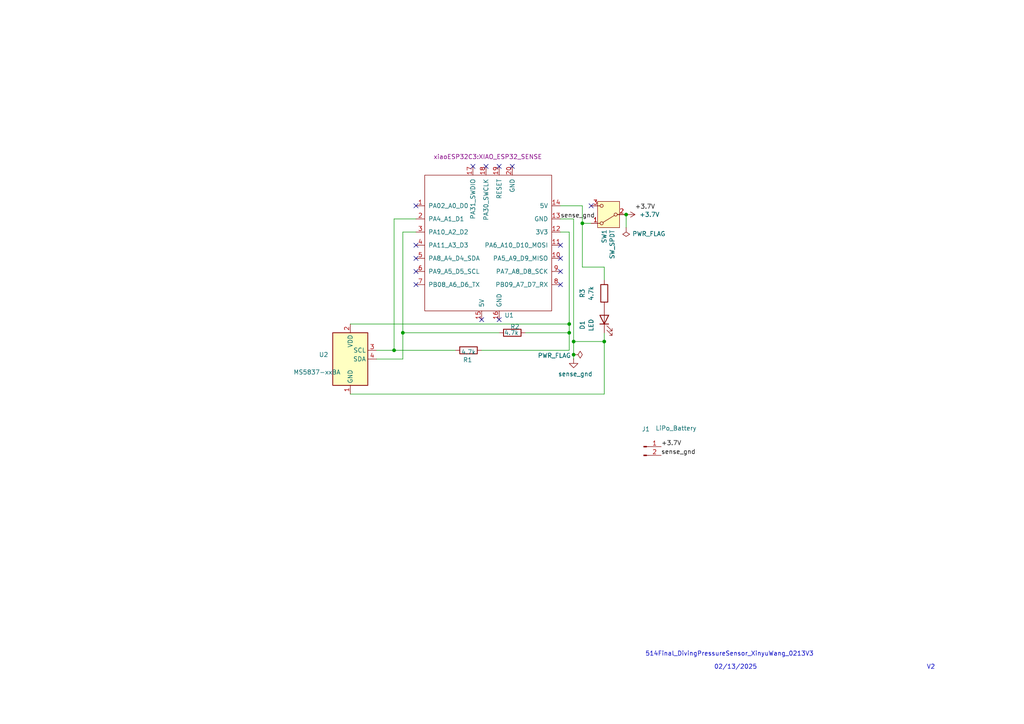
<source format=kicad_sch>
(kicad_sch (version 20231120) (generator "eeschema") (generator_version "8.0")
  (paper "A4")
  (lib_symbols
    (symbol "Connector:Conn_01x02_Pin" (pin_names (offset 1.016) hide)
      (property "Reference" "J" (at 0 2.54 0))
      (property "Value" "Conn_01x02_Pin" (at 0 -5.08 0))
      (symbol "Conn_01x02_Pin_1_1"
        (polyline (pts (xy 1.27 -2.54) (xy 0.8636 -2.54)) (stroke (width 0.1524)))
        (polyline (pts (xy 1.27 0) (xy 0.8636 0)) (stroke (width 0.1524)))
        (rectangle (start 0.8636 -2.413) (end 0 -2.667) (stroke (width 0.1524)) (fill (type outline)))
        (rectangle (start 0.8636 0.127) (end 0 -0.127) (stroke (width 0.1524)) (fill (type outline)))
        (pin passive line (at 5.08 0 180) (length 3.81) (name "Pin_1") (number "1"))
        (pin passive line (at 5.08 -2.54 180) (length 3.81) (name "Pin_2") (number "2"))
      )
    )
    (symbol "Device:LED" (pin_numbers hide) (pin_names (offset 1.016) hide)
      (property "Reference" "D" (at 0 2.54 0))
      (property "Value" "LED" (at 0 -2.54 0))
      (symbol "LED_0_1"
        (polyline (pts (xy -1.27 -1.27) (xy -1.27 1.27)) (stroke (width 0.254)))
        (polyline (pts (xy -1.27 0) (xy 1.27 0)))
        (polyline (pts (xy 1.27 -1.27) (xy 1.27 1.27) (xy -1.27 0) (xy 1.27 -1.27)) (stroke (width 0.254)))
        (polyline (pts (xy -3.048 -0.762) (xy -4.572 -2.286) (xy -3.81 -2.286) (xy -4.572 -2.286) (xy -4.572 -1.524)))
        (polyline (pts (xy -1.778 -0.762) (xy -3.302 -2.286) (xy -2.54 -2.286) (xy -3.302 -2.286) (xy -3.302 -1.524)))
      )
      (symbol "LED_1_1"
        (pin passive line (at -3.81 0 0) (length 2.54) (name "K") (number "1"))
        (pin passive line (at 3.81 0 180) (length 2.54) (name "A") (number "2"))
      )
    )
    (symbol "Device:R" (pin_numbers hide) (pin_names (offset 0))
      (property "Reference" "R" (at 2.032 0 90))
      (property "Value" "R" (at 0 0 90))
      (symbol "R_0_1"
        (rectangle (start -1.016 -2.54) (end 1.016 2.54) (stroke (width 0.254)))
      )
      (symbol "R_1_1"
        (pin passive line (at 0 3.81 270) (length 1.27) (name "~") (number "1"))
        (pin passive line (at 0 -3.81 90) (length 1.27) (name "~") (number "2"))
      )
    )
    (symbol "Sensor_Pressure:MS5837-xxBA"
      (property "Reference" "U" (at 1.27 11.43 0))
      (property "Value" "MS5837-xxBA" (at 1.27 8.89 0))
      (symbol "MS5837-xxBA_0_1"
        (rectangle (start -5.08 7.62) (end 5.08 -7.62) (stroke (width 0.254)) (fill (type background)))
      )
      (symbol "MS5837-xxBA_1_1"
        (pin power_in line (at 0 -10.16 90) (length 2.54) (name "GND") (number "1"))
        (pin power_in line (at 0 10.16 270) (length 2.54) (name "VDD") (number "2"))
        (pin passive line (at 7.62 2.54 180) (length 2.54) (name "SCL") (number "3"))
        (pin bidirectional line (at 7.62 0 180) (length 2.54) (name "SDA") (number "4"))
      )
    )
    (symbol "Switch:SW_SPDT" (pin_names (offset 0) hide)
      (property "Reference" "SW" (at 0 5.08 0))
      (property "Value" "SW_SPDT" (at 0 -5.08 0))
      (symbol "SW_SPDT_0_1"
        (circle (center -2.032 0) (radius 0.4572))
        (polyline (pts (xy -1.651 0.254) (xy 1.651 2.286)))
        (circle (center 2.032 -2.54) (radius 0.4572))
        (circle (center 2.032 2.54) (radius 0.4572))
      )
      (symbol "SW_SPDT_1_1"
        (rectangle (start -3.175 3.81) (end 3.175 -3.81) (fill (type background)))
        (pin passive line (at 5.08 2.54 180) (length 2.54) (name "A") (number "1"))
        (pin passive line (at -5.08 0 0) (length 2.54) (name "B") (number "2"))
        (pin passive line (at 5.08 -2.54 180) (length 2.54) (name "C") (number "3"))
      )
    )
    (symbol "power:+5V" (power) (pin_numbers hide) (pin_names (offset 0) hide)
      (property "Value" "+5V" (at 0 3.556 0))
      (symbol "+5V_0_1"
        (polyline (pts (xy -0.762 1.27) (xy 0 2.54)))
        (polyline (pts (xy 0 0) (xy 0 2.54)))
        (polyline (pts (xy 0 2.54) (xy 0.762 1.27)))
      )
      (symbol "+5V_1_1"
        (pin power_in line (at 0 0 90) (length 0) (name "~") (number "1"))
      )
    )
    (symbol "power:GND" (power) (pin_numbers hide) (pin_names (offset 0) hide)
      (property "Value" "GND" (at 0 -3.81 0))
      (symbol "GND_0_1"
        (polyline (pts (xy 0 0) (xy 0 -1.27) (xy 1.27 -1.27) (xy 0 -2.54) (xy -1.27 -1.27) (xy 0 -1.27)))
      )
      (symbol "GND_1_1"
        (pin power_in line (at 0 0 270) (length 0) (name "~") (number "1"))
      )
    )
    (symbol "power:PWR_FLAG" (power) (pin_numbers hide) (pin_names (offset 0) hide)
      (property "Value" "PWR_FLAG" (at 0 3.81 0))
      (symbol "PWR_FLAG_0_0"
        (pin power_out line (at 0 0 90) (length 0) (name "~") (number "1"))
      )
      (symbol "PWR_FLAG_0_1"
        (polyline (pts (xy 0 0) (xy 0 1.27) (xy -1.016 1.905) (xy 0 2.54) (xy 1.016 1.905) (xy 0 1.27)))
      )
    )
    (symbol "xiao:SeeeduinoXIAO" (pin_names (offset 1.016))
      (property "Reference" "U" (at -19.05 22.86 0))
      (property "Value" "SeeeduinoXIAO" (at -12.7 21.59 0))
      (symbol "SeeeduinoXIAO_0_1"
        (rectangle (start -19.05 20.32) (end 17.78 -19.05))
      )
      (symbol "SeeeduinoXIAO_1_1"
        (pin unspecified line (at -21.59 11.43 0) (length 2.54) (name "PA02_A0_D0") (number "1"))
        (pin unspecified line (at 20.32 -3.81 180) (length 2.54) (name "PA5_A9_D9_MISO") (number "10"))
        (pin unspecified line (at 20.32 0 180) (length 2.54) (name "PA6_A10_D10_MOSI") (number "11"))
        (pin unspecified line (at 20.32 3.81 180) (length 2.54) (name "3V3") (number "12"))
        (pin unspecified line (at 20.32 7.62 180) (length 2.54) (name "GND") (number "13"))
        (pin unspecified line (at 20.32 11.43 180) (length 2.54) (name "5V") (number "14"))
        (pin input line (at -2.54 -21.59 90) (length 2.54) (name "5V") (number "15"))
        (pin input line (at 2.54 -21.59 90) (length 2.54) (name "GND") (number "16"))
        (pin input line (at -5.08 22.86 270) (length 2.54) (name "PA31_SWDIO") (number "17"))
        (pin input line (at -1.27 22.86 270) (length 2.54) (name "PA30_SWCLK") (number "18"))
        (pin input line (at 2.54 22.86 270) (length 2.54) (name "RESET") (number "19"))
        (pin unspecified line (at -21.59 7.62 0) (length 2.54) (name "PA4_A1_D1") (number "2"))
        (pin input line (at 6.35 22.86 270) (length 2.54) (name "GND") (number "20"))
        (pin unspecified line (at -21.59 3.81 0) (length 2.54) (name "PA10_A2_D2") (number "3"))
        (pin unspecified line (at -21.59 0 0) (length 2.54) (name "PA11_A3_D3") (number "4"))
        (pin unspecified line (at -21.59 -3.81 0) (length 2.54) (name "PA8_A4_D4_SDA") (number "5"))
        (pin unspecified line (at -21.59 -7.62 0) (length 2.54) (name "PA9_A5_D5_SCL") (number "6"))
        (pin unspecified line (at -21.59 -11.43 0) (length 2.54) (name "PB08_A6_D6_TX") (number "7"))
        (pin unspecified line (at 20.32 -11.43 180) (length 2.54) (name "PB09_A7_D7_RX") (number "8"))
        (pin unspecified line (at 20.32 -7.62 180) (length 2.54) (name "PA7_A8_D8_SCK") (number "9"))
      )
    )
  )
  (junction (at 175.26 99.06))
  (junction (at 166.37 102.87))
  (junction (at 168.91 64.77))
  (junction (at 165.1 93.98))
  (junction (at 116.84 96.52))
  (junction (at 165.1 96.52))
  (junction (at 166.37 99.06))
  (junction (at 181.61 62.23))
  (junction (at 114.3 101.6))
  (no_connect (at 120.65 74.93))
  (no_connect (at 120.65 82.55))
  (no_connect (at 140.97 48.26))
  (no_connect (at 120.65 59.69))
  (no_connect (at 162.56 74.93))
  (no_connect (at 148.59 48.26))
  (no_connect (at 120.65 78.74))
  (no_connect (at 139.7 92.71))
  (no_connect (at 162.56 82.55))
  (no_connect (at 144.78 48.26))
  (no_connect (at 162.56 78.74))
  (no_connect (at 144.78 92.71))
  (no_connect (at 171.45 59.69))
  (no_connect (at 162.56 71.12))
  (no_connect (at 137.16 48.26))
  (no_connect (at 120.65 71.12))
  (wire (pts (xy 166.37 63.5) (xy 166.37 99.06)))
  (wire (pts (xy 165.1 67.31) (xy 165.1 93.98)))
  (wire (pts (xy 132.08 101.6) (xy 114.3 101.6)))
  (wire (pts (xy 166.37 99.06) (xy 166.37 102.87)))
  (wire (pts (xy 168.91 64.77) (xy 168.91 77.47)))
  (wire (pts (xy 109.22 104.14) (xy 116.84 104.14)))
  (wire (pts (xy 116.84 96.52) (xy 144.78 96.52)))
  (wire (pts (xy 116.84 67.31) (xy 116.84 96.52)))
  (wire (pts (xy 114.3 63.5) (xy 114.3 101.6)))
  (wire (pts (xy 101.6 114.3) (xy 175.26 114.3)))
  (wire (pts (xy 139.7 101.6) (xy 165.1 101.6)))
  (wire (pts (xy 109.22 101.6) (xy 114.3 101.6)))
  (wire (pts (xy 165.1 67.31) (xy 162.56 67.31)))
  (wire (pts (xy 166.37 99.06) (xy 175.26 99.06)))
  (wire (pts (xy 162.56 63.5) (xy 166.37 63.5)))
  (wire (pts (xy 116.84 96.52) (xy 116.84 104.14)))
  (wire (pts (xy 165.1 93.98) (xy 101.6 93.98)))
  (wire (pts (xy 175.26 96.52) (xy 175.26 99.06)))
  (wire (pts (xy 165.1 96.52) (xy 165.1 101.6)))
  (wire (pts (xy 168.91 59.69) (xy 162.56 59.69)))
  (wire (pts (xy 166.37 102.87) (xy 166.37 104.14)))
  (wire (pts (xy 116.84 67.31) (xy 120.65 67.31)))
  (wire (pts (xy 168.91 77.47) (xy 175.26 77.47)))
  (wire (pts (xy 175.26 114.3) (xy 175.26 99.06)))
  (wire (pts (xy 171.45 64.77) (xy 168.91 64.77)))
  (wire (pts (xy 168.91 64.77) (xy 168.91 59.69)))
  (wire (pts (xy 152.4 96.52) (xy 165.1 96.52)))
  (wire (pts (xy 114.3 63.5) (xy 120.65 63.5)))
  (wire (pts (xy 175.26 77.47) (xy 175.26 81.28)))
  (wire (pts (xy 181.61 66.04) (xy 181.61 62.23)))
  (wire (pts (xy 165.1 93.98) (xy 165.1 96.52)))
  (text "514Final_DivingPressureSensor_XinyuWang_0213V3" (at 211.582 189.738 0) (effects (font (size 1.27 1.27))))
  (text "02/13/2025" (at 213.36 193.548 0) (effects (font (size 1.27 1.27))))
  (text "V2" (at 270.002 193.548 0) (effects (font (size 1.27 1.27))))
  (label "+3.7V" (at 191.77 129.54 0))
  (label "+3.7V" (at 184.15 60.96 0))
  (label "sense_gnd" (at 191.77 132.08 0))
  (label "sense_gnd" (at 162.56 63.5 0))
  (symbol (lib_id "Device:R") (at 148.59 96.52 90) (unit 1)
    (property "Reference" "R2" (at 149.352 94.742 90))
    (property "Value" "4.7k" (at 148.336 96.52 90))
    (property "Footprint" "Resistor_SMD:R_0805_2012Metric_Pad1.20x1.40mm_HandSolder" (effects (hide yes)))
    (property "Description" "Resistor" (effects (hide yes)))
  )
  (symbol (lib_id "power:PWR_FLAG") (at 181.61 66.04 180) (unit 1)
    (property "Reference" "#FLG04" (effects (hide yes)))
    (property "Value" "PWR_FLAG" (at 193.04 67.818 0) (effects (justify left)))
    (property "Description" "Special symbol for telling ERC where power comes from" (effects (hide yes)))
  )
  (symbol (lib_id "Sensor_Pressure:MS5837-xxBA") (at 101.6 104.14 0) (unit 1)
    (property "Reference" "U2" (at 95.25 102.8699 0) (effects (justify right)))
    (property "Value" "MS5837-xxBA" (at 98.806 107.95 0) (effects (justify right)))
    (property "Footprint" "Connector_PinHeader_2.54mm:PinHeader_1x04_P2.54mm_Vertical" (effects (hide yes)))
    (property "Datasheet" "https://www.te.com/commerce/DocumentDelivery/DDEController?Action=showdoc&DocId=Data+Sheet%7FMS5837-30BA%7FB1%7Fpdf%7FEnglish%7FENG_DS_MS5837-30BA_B1.pdf%7FCAT-BLPS0017" (effects (hide yes)))
    (property "Description" "Ultra-small, gel-filled, pressure sensor with stainless steel cap" (effects (hide yes)))
  )
  (symbol (lib_id "Device:R") (at 175.26 85.09 180) (unit 1)
    (property "Reference" "R3" (at 168.91 85.09 90))
    (property "Value" "4.7k" (at 171.45 85.09 90))
    (property "Footprint" "Resistor_SMD:R_0805_2012Metric_Pad1.20x1.40mm_HandSolder" (effects (hide yes)))
    (property "Description" "Resistor" (effects (hide yes)))
  )
  (symbol (lib_id "Connector:Conn_01x02_Pin") (at 186.69 129.54 0) (unit 1)
    (property "Reference" "J1" (at 187.325 124.46 0))
    (property "Value" "LiPo_Battery" (at 196.088 124.206 0))
    (property "Footprint" "Connector_JST:JST_PH_B2B-PH-K_1x02_P2.00mm_Vertical" (effects (hide yes)))
    (property "Description" "Generic connector, single row, 01x02, script generated" (effects (hide yes)))
  )
  (symbol (lib_id "power:PWR_FLAG") (at 166.37 102.87 270) (unit 1)
    (property "Reference" "#FLG03" (effects (hide yes)))
    (property "Value" "PWR_FLAG" (at 155.956 103.124 90) (effects (justify left)))
    (property "Description" "Special symbol for telling ERC where power comes from" (effects (hide yes)))
  )
  (symbol (lib_id "xiao:SeeeduinoXIAO") (at 142.24 71.12 0) (unit 1)
    (property "Reference" "U1" (at 146.304 91.44 0) (effects (justify left)))
    (property "Value" "SeeeduinoXIAO" (effects (hide yes)))
    (property "Footprint" "xiaoESP32C3:XIAO_ESP32_SENSE" (at 141.478 45.466 0))
  )
  (symbol (lib_id "power:+5V") (at 181.61 62.23 270) (unit 1)
    (property "Reference" "#PWR04" (effects (hide yes)))
    (property "Value" "+3.7V" (at 185.42 62.2299 90) (effects (justify left)))
    (property "Description" "Power symbol creates a global label with name \"+5V\"" (effects (hide yes)))
  )
  (symbol (lib_id "power:GND") (at 166.37 104.14 0) (unit 1)
    (property "Reference" "#PWR02" (effects (hide yes)))
    (property "Value" "sense_gnd" (at 166.878 108.458 0))
    (property "Description" "Power symbol creates a global label with name \"GND\" , ground" (effects (hide yes)))
  )
  (symbol (lib_id "Device:R") (at 135.89 101.6 90) (unit 1)
    (property "Reference" "R1" (at 135.636 104.394 90))
    (property "Value" "4.7k" (at 135.89 102.108 90))
    (property "Footprint" "Resistor_SMD:R_0805_2012Metric_Pad1.20x1.40mm_HandSolder" (effects (hide yes)))
    (property "Description" "Resistor" (effects (hide yes)))
  )
  (symbol (lib_id "Device:LED") (at 175.26 92.71 90) (unit 1)
    (property "Reference" "D1" (at 168.91 94.2975 0))
    (property "Value" "LED" (at 171.45 94.2975 0))
    (property "Footprint" "LED_THT:LED_D3.0mm" (effects (hide yes)))
    (property "Description" "Light emitting diode" (effects (hide yes)))
  )
  (symbol (lib_id "Switch:SW_SPDT") (at 176.53 62.23 180) (unit 1)
    (property "Reference" "SW1" (at 175.26 70.612 90) (effects (justify right)))
    (property "Value" "SW_SPDT" (at 177.546 75.184 90) (effects (justify right)))
    (property "Footprint" "Connector_PinHeader_2.54mm:PinHeader_1x03_P2.54mm_Vertical" (effects (hide yes)))
    (property "Description" "Switch, single pole double throw" (effects (hide yes)))
  )
)
</source>
